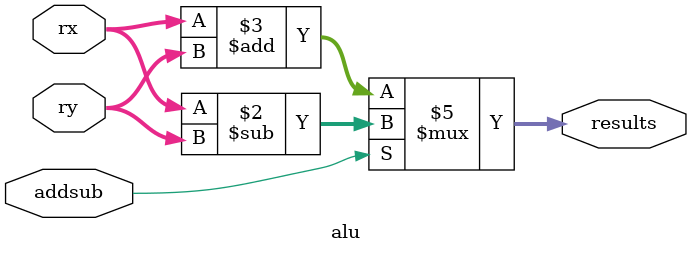
<source format=v>
module alu(rx,ry,addsub,results);
	input [15:0]rx,ry;
	output reg[15:0]results;
	input addsub;
	
	always@(*)
	if (addsub)
		results=rx-ry;
	else
		results=rx+ry;
		

endmodule

</source>
